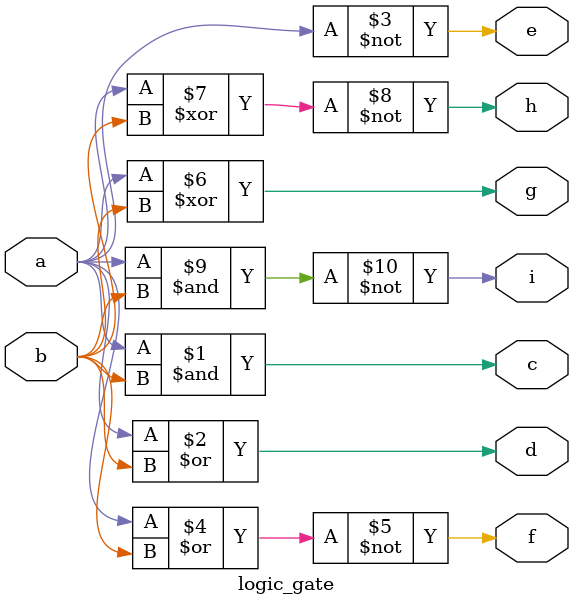
<source format=v>
module logic_gate(
    input a,
    input b,
    output c,d,e,f,g,h,i);
assign c=a&b;
assign d=a | b;
assign e=~a;
assign f=~(a | b);
assign g=a ^ b;
assign h=~(a ^ b);
assign i=~(a&b);
endmodule

</source>
